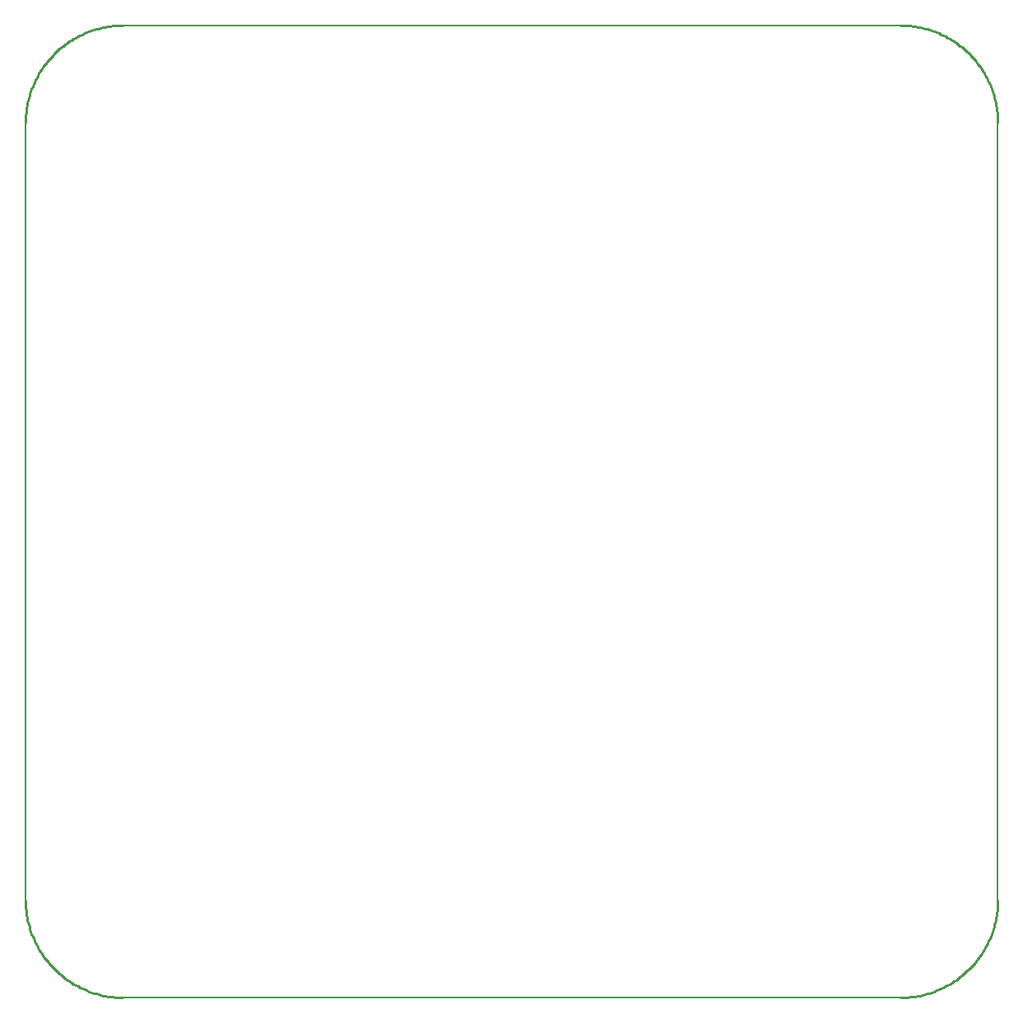
<source format=gm1>
G04 Layer_Color=16711935*
%FSLAX25Y25*%
%MOIN*%
G70*
G01*
G75*
%ADD14C,0.00984*%
%ADD18C,0.00787*%
D14*
X-157480Y196850D02*
X-158478Y196838D01*
X-159474Y196800D01*
X-160470Y196737D01*
X-161463Y196648D01*
X-162454Y196535D01*
X-163442Y196396D01*
X-164426Y196233D01*
X-165405Y196045D01*
X-166380Y195831D01*
X-167349Y195594D01*
X-168311Y195331D01*
X-169266Y195045D01*
X-170214Y194734D01*
X-171154Y194400D01*
X-172085Y194042D01*
X-173006Y193660D01*
X-173918Y193255D01*
X-174819Y192827D01*
X-175708Y192376D01*
X-176587Y191903D01*
X-177453Y191408D01*
X-178306Y190892D01*
X-179145Y190353D01*
X-179971Y189794D01*
X-180783Y189214D01*
X-181579Y188613D01*
X-182360Y187993D01*
X-183125Y187353D01*
X-183873Y186693D01*
X-184605Y186015D01*
X-185319Y185319D01*
X-186015Y184605D01*
X-186694Y183873D01*
X-187353Y183125D01*
X-187993Y182360D01*
X-188613Y181579D01*
X-189214Y180782D01*
X-189794Y179971D01*
X-190353Y179145D01*
X-190892Y178306D01*
X-191408Y177453D01*
X-191903Y176587D01*
X-192376Y175708D01*
X-192827Y174819D01*
X-193255Y173918D01*
X-193660Y173006D01*
X-194042Y172085D01*
X-194400Y171154D01*
X-194734Y170214D01*
X-195045Y169266D01*
X-195331Y168311D01*
X-195594Y167349D01*
X-195831Y166380D01*
X-196045Y165405D01*
X-196233Y164426D01*
X-196396Y163442D01*
X-196535Y162454D01*
X-196648Y161463D01*
X-196737Y160470D01*
X-196800Y159474D01*
X-196838Y158478D01*
X-196850Y157480D01*
X196850D02*
X196838Y158478D01*
X196800Y159474D01*
X196737Y160470D01*
X196648Y161463D01*
X196535Y162454D01*
X196396Y163442D01*
X196233Y164426D01*
X196045Y165405D01*
X195831Y166380D01*
X195594Y167349D01*
X195331Y168311D01*
X195045Y169266D01*
X194734Y170214D01*
X194400Y171154D01*
X194042Y172085D01*
X193660Y173006D01*
X193255Y173918D01*
X192827Y174819D01*
X192376Y175708D01*
X191903Y176587D01*
X191408Y177453D01*
X190892Y178306D01*
X190353Y179145D01*
X189794Y179971D01*
X189214Y180783D01*
X188613Y181579D01*
X187993Y182360D01*
X187353Y183125D01*
X186693Y183873D01*
X186015Y184605D01*
X185319Y185319D01*
X184605Y186015D01*
X183873Y186694D01*
X183125Y187353D01*
X182360Y187993D01*
X181579Y188613D01*
X180782Y189214D01*
X179971Y189794D01*
X179145Y190353D01*
X178306Y190892D01*
X177453Y191408D01*
X176587Y191903D01*
X175708Y192376D01*
X174819Y192827D01*
X173918Y193255D01*
X173006Y193660D01*
X172085Y194042D01*
X171154Y194400D01*
X170214Y194734D01*
X169266Y195045D01*
X168311Y195331D01*
X167349Y195594D01*
X166380Y195831D01*
X165405Y196045D01*
X164426Y196233D01*
X163442Y196396D01*
X162454Y196535D01*
X161463Y196648D01*
X160470Y196737D01*
X159474Y196800D01*
X158478Y196838D01*
X157480Y196850D01*
X-196850Y-157480D02*
X-196838Y-158478D01*
X-196800Y-159474D01*
X-196737Y-160470D01*
X-196648Y-161463D01*
X-196535Y-162454D01*
X-196396Y-163442D01*
X-196233Y-164426D01*
X-196045Y-165405D01*
X-195831Y-166380D01*
X-195594Y-167349D01*
X-195331Y-168311D01*
X-195045Y-169266D01*
X-194734Y-170214D01*
X-194400Y-171154D01*
X-194042Y-172085D01*
X-193660Y-173006D01*
X-193255Y-173918D01*
X-192827Y-174819D01*
X-192376Y-175708D01*
X-191903Y-176587D01*
X-191408Y-177453D01*
X-190892Y-178306D01*
X-190353Y-179145D01*
X-189794Y-179971D01*
X-189214Y-180783D01*
X-188613Y-181579D01*
X-187993Y-182360D01*
X-187353Y-183125D01*
X-186693Y-183873D01*
X-186015Y-184605D01*
X-185319Y-185319D01*
X-184605Y-186015D01*
X-183873Y-186694D01*
X-183125Y-187353D01*
X-182360Y-187993D01*
X-181579Y-188613D01*
X-180782Y-189214D01*
X-179971Y-189794D01*
X-179145Y-190353D01*
X-178306Y-190892D01*
X-177453Y-191408D01*
X-176587Y-191903D01*
X-175708Y-192376D01*
X-174819Y-192827D01*
X-173918Y-193255D01*
X-173006Y-193660D01*
X-172085Y-194042D01*
X-171154Y-194400D01*
X-170214Y-194734D01*
X-169266Y-195045D01*
X-168311Y-195331D01*
X-167349Y-195594D01*
X-166380Y-195831D01*
X-165405Y-196045D01*
X-164426Y-196233D01*
X-163442Y-196396D01*
X-162454Y-196535D01*
X-161463Y-196648D01*
X-160470Y-196737D01*
X-159474Y-196800D01*
X-158478Y-196838D01*
X-157480Y-196850D01*
X157480D02*
X158478Y-196838D01*
X159474Y-196800D01*
X160470Y-196737D01*
X161463Y-196648D01*
X162454Y-196535D01*
X163442Y-196396D01*
X164426Y-196233D01*
X165405Y-196045D01*
X166380Y-195831D01*
X167348Y-195594D01*
X168311Y-195331D01*
X169266Y-195045D01*
X170214Y-194734D01*
X171154Y-194400D01*
X172084Y-194042D01*
X173006Y-193660D01*
X173917Y-193255D01*
X174819Y-192827D01*
X175708Y-192376D01*
X176586Y-191903D01*
X177452Y-191408D01*
X178305Y-190892D01*
X179145Y-190353D01*
X179971Y-189794D01*
X180782Y-189214D01*
X181579Y-188613D01*
X182360Y-187993D01*
X183125Y-187353D01*
X183873Y-186694D01*
X184605Y-186016D01*
X185319Y-185319D01*
X186015Y-184605D01*
X186693Y-183874D01*
X187353Y-183125D01*
X187993Y-182360D01*
X188613Y-181579D01*
X189214Y-180783D01*
X189794Y-179972D01*
X190353Y-179146D01*
X190891Y-178306D01*
X191408Y-177453D01*
X191903Y-176587D01*
X192376Y-175709D01*
X192827Y-174819D01*
X193255Y-173918D01*
X193660Y-173006D01*
X194041Y-172085D01*
X194399Y-171154D01*
X194734Y-170214D01*
X195045Y-169267D01*
X195331Y-168311D01*
X195594Y-167349D01*
X195831Y-166380D01*
X196044Y-165406D01*
X196233Y-164427D01*
X196396Y-163443D01*
X196535Y-162455D01*
X196648Y-161464D01*
X196737Y-160470D01*
X196800Y-159475D01*
X196838Y-158478D01*
X196850Y-157481D01*
D18*
X-157480Y196850D02*
X157480D01*
X196850Y-157480D02*
Y157480D01*
X-157480Y-196850D02*
X157480D01*
X-196850Y-157480D02*
Y157480D01*
M02*

</source>
